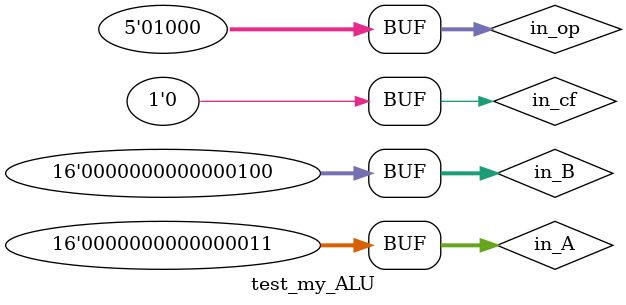
<source format=v>
`timescale 1ns / 1ps


module test_my_ALU;

	// Inputs
	reg [15:0] in_A;
	reg [15:0] in_B;
	reg [4:0] in_op;
	reg in_cf;

	// Outputs
	wire [15:0] out_C;
	wire out_zf;
	wire out_nf;
	wire out_cf;

	// Instantiate the Unit Under Test (UUT)
	my_ALU uut (
		.in_A(in_A), 
		.in_B(in_B), 
		.in_op(in_op), 
		.in_cf(in_cf), 
		.out_C(out_C), 
		.out_zf(out_zf), 
		.out_nf(out_nf), 
		.out_cf(out_cf)
	);

	initial begin
		// Initialize Inputs
		in_A = 0;
		in_B = 0;
		in_op = 5'b01000;
		in_cf = 0;

		// Wait 100 ns for global reset to finish
		#100;
		
		in_A = 3;
		in_B = 4;
        
		// Add stimulus here

	end
      
endmodule


</source>
